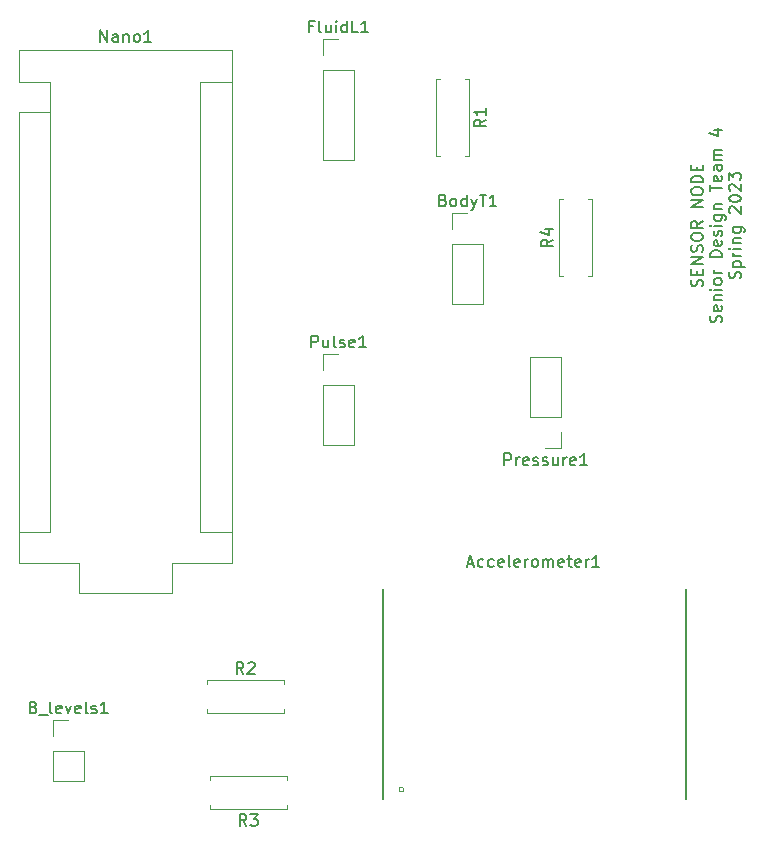
<source format=gto>
%TF.GenerationSoftware,KiCad,Pcbnew,(6.0.2-0)*%
%TF.CreationDate,2023-03-25T20:23:26-04:00*%
%TF.ProjectId,SensorNode_PCB,53656e73-6f72-44e6-9f64-655f5043422e,v01*%
%TF.SameCoordinates,Original*%
%TF.FileFunction,Legend,Top*%
%TF.FilePolarity,Positive*%
%FSLAX46Y46*%
G04 Gerber Fmt 4.6, Leading zero omitted, Abs format (unit mm)*
G04 Created by KiCad (PCBNEW (6.0.2-0)) date 2023-03-25 20:23:26*
%MOMM*%
%LPD*%
G01*
G04 APERTURE LIST*
%ADD10C,0.150000*%
%ADD11C,0.120000*%
%ADD12C,0.203200*%
G04 APERTURE END LIST*
D10*
X190818761Y-69658857D02*
X190866380Y-69516000D01*
X190866380Y-69277904D01*
X190818761Y-69182666D01*
X190771142Y-69135047D01*
X190675904Y-69087428D01*
X190580666Y-69087428D01*
X190485428Y-69135047D01*
X190437809Y-69182666D01*
X190390190Y-69277904D01*
X190342571Y-69468380D01*
X190294952Y-69563619D01*
X190247333Y-69611238D01*
X190152095Y-69658857D01*
X190056857Y-69658857D01*
X189961619Y-69611238D01*
X189914000Y-69563619D01*
X189866380Y-69468380D01*
X189866380Y-69230285D01*
X189914000Y-69087428D01*
X190342571Y-68658857D02*
X190342571Y-68325523D01*
X190866380Y-68182666D02*
X190866380Y-68658857D01*
X189866380Y-68658857D01*
X189866380Y-68182666D01*
X190866380Y-67754095D02*
X189866380Y-67754095D01*
X190866380Y-67182666D01*
X189866380Y-67182666D01*
X190818761Y-66754095D02*
X190866380Y-66611238D01*
X190866380Y-66373142D01*
X190818761Y-66277904D01*
X190771142Y-66230285D01*
X190675904Y-66182666D01*
X190580666Y-66182666D01*
X190485428Y-66230285D01*
X190437809Y-66277904D01*
X190390190Y-66373142D01*
X190342571Y-66563619D01*
X190294952Y-66658857D01*
X190247333Y-66706476D01*
X190152095Y-66754095D01*
X190056857Y-66754095D01*
X189961619Y-66706476D01*
X189914000Y-66658857D01*
X189866380Y-66563619D01*
X189866380Y-66325523D01*
X189914000Y-66182666D01*
X189866380Y-65563619D02*
X189866380Y-65373142D01*
X189914000Y-65277904D01*
X190009238Y-65182666D01*
X190199714Y-65135047D01*
X190533047Y-65135047D01*
X190723523Y-65182666D01*
X190818761Y-65277904D01*
X190866380Y-65373142D01*
X190866380Y-65563619D01*
X190818761Y-65658857D01*
X190723523Y-65754095D01*
X190533047Y-65801714D01*
X190199714Y-65801714D01*
X190009238Y-65754095D01*
X189914000Y-65658857D01*
X189866380Y-65563619D01*
X190866380Y-64135047D02*
X190390190Y-64468380D01*
X190866380Y-64706476D02*
X189866380Y-64706476D01*
X189866380Y-64325523D01*
X189914000Y-64230285D01*
X189961619Y-64182666D01*
X190056857Y-64135047D01*
X190199714Y-64135047D01*
X190294952Y-64182666D01*
X190342571Y-64230285D01*
X190390190Y-64325523D01*
X190390190Y-64706476D01*
X190866380Y-62944571D02*
X189866380Y-62944571D01*
X190866380Y-62373142D01*
X189866380Y-62373142D01*
X189866380Y-61706476D02*
X189866380Y-61516000D01*
X189914000Y-61420761D01*
X190009238Y-61325523D01*
X190199714Y-61277904D01*
X190533047Y-61277904D01*
X190723523Y-61325523D01*
X190818761Y-61420761D01*
X190866380Y-61516000D01*
X190866380Y-61706476D01*
X190818761Y-61801714D01*
X190723523Y-61896952D01*
X190533047Y-61944571D01*
X190199714Y-61944571D01*
X190009238Y-61896952D01*
X189914000Y-61801714D01*
X189866380Y-61706476D01*
X190866380Y-60849333D02*
X189866380Y-60849333D01*
X189866380Y-60611238D01*
X189914000Y-60468380D01*
X190009238Y-60373142D01*
X190104476Y-60325523D01*
X190294952Y-60277904D01*
X190437809Y-60277904D01*
X190628285Y-60325523D01*
X190723523Y-60373142D01*
X190818761Y-60468380D01*
X190866380Y-60611238D01*
X190866380Y-60849333D01*
X190342571Y-59849333D02*
X190342571Y-59516000D01*
X190866380Y-59373142D02*
X190866380Y-59849333D01*
X189866380Y-59849333D01*
X189866380Y-59373142D01*
X192428761Y-72706476D02*
X192476380Y-72563619D01*
X192476380Y-72325523D01*
X192428761Y-72230285D01*
X192381142Y-72182666D01*
X192285904Y-72135047D01*
X192190666Y-72135047D01*
X192095428Y-72182666D01*
X192047809Y-72230285D01*
X192000190Y-72325523D01*
X191952571Y-72516000D01*
X191904952Y-72611238D01*
X191857333Y-72658857D01*
X191762095Y-72706476D01*
X191666857Y-72706476D01*
X191571619Y-72658857D01*
X191524000Y-72611238D01*
X191476380Y-72516000D01*
X191476380Y-72277904D01*
X191524000Y-72135047D01*
X192428761Y-71325523D02*
X192476380Y-71420761D01*
X192476380Y-71611238D01*
X192428761Y-71706476D01*
X192333523Y-71754095D01*
X191952571Y-71754095D01*
X191857333Y-71706476D01*
X191809714Y-71611238D01*
X191809714Y-71420761D01*
X191857333Y-71325523D01*
X191952571Y-71277904D01*
X192047809Y-71277904D01*
X192143047Y-71754095D01*
X191809714Y-70849333D02*
X192476380Y-70849333D01*
X191904952Y-70849333D02*
X191857333Y-70801714D01*
X191809714Y-70706476D01*
X191809714Y-70563619D01*
X191857333Y-70468380D01*
X191952571Y-70420761D01*
X192476380Y-70420761D01*
X192476380Y-69944571D02*
X191809714Y-69944571D01*
X191476380Y-69944571D02*
X191524000Y-69992190D01*
X191571619Y-69944571D01*
X191524000Y-69896952D01*
X191476380Y-69944571D01*
X191571619Y-69944571D01*
X192476380Y-69325523D02*
X192428761Y-69420761D01*
X192381142Y-69468380D01*
X192285904Y-69516000D01*
X192000190Y-69516000D01*
X191904952Y-69468380D01*
X191857333Y-69420761D01*
X191809714Y-69325523D01*
X191809714Y-69182666D01*
X191857333Y-69087428D01*
X191904952Y-69039809D01*
X192000190Y-68992190D01*
X192285904Y-68992190D01*
X192381142Y-69039809D01*
X192428761Y-69087428D01*
X192476380Y-69182666D01*
X192476380Y-69325523D01*
X192476380Y-68563619D02*
X191809714Y-68563619D01*
X192000190Y-68563619D02*
X191904952Y-68516000D01*
X191857333Y-68468380D01*
X191809714Y-68373142D01*
X191809714Y-68277904D01*
X192476380Y-67182666D02*
X191476380Y-67182666D01*
X191476380Y-66944571D01*
X191524000Y-66801714D01*
X191619238Y-66706476D01*
X191714476Y-66658857D01*
X191904952Y-66611238D01*
X192047809Y-66611238D01*
X192238285Y-66658857D01*
X192333523Y-66706476D01*
X192428761Y-66801714D01*
X192476380Y-66944571D01*
X192476380Y-67182666D01*
X192428761Y-65801714D02*
X192476380Y-65896952D01*
X192476380Y-66087428D01*
X192428761Y-66182666D01*
X192333523Y-66230285D01*
X191952571Y-66230285D01*
X191857333Y-66182666D01*
X191809714Y-66087428D01*
X191809714Y-65896952D01*
X191857333Y-65801714D01*
X191952571Y-65754095D01*
X192047809Y-65754095D01*
X192143047Y-66230285D01*
X192428761Y-65373142D02*
X192476380Y-65277904D01*
X192476380Y-65087428D01*
X192428761Y-64992190D01*
X192333523Y-64944571D01*
X192285904Y-64944571D01*
X192190666Y-64992190D01*
X192143047Y-65087428D01*
X192143047Y-65230285D01*
X192095428Y-65325523D01*
X192000190Y-65373142D01*
X191952571Y-65373142D01*
X191857333Y-65325523D01*
X191809714Y-65230285D01*
X191809714Y-65087428D01*
X191857333Y-64992190D01*
X192476380Y-64516000D02*
X191809714Y-64516000D01*
X191476380Y-64516000D02*
X191524000Y-64563619D01*
X191571619Y-64516000D01*
X191524000Y-64468380D01*
X191476380Y-64516000D01*
X191571619Y-64516000D01*
X191809714Y-63611238D02*
X192619238Y-63611238D01*
X192714476Y-63658857D01*
X192762095Y-63706476D01*
X192809714Y-63801714D01*
X192809714Y-63944571D01*
X192762095Y-64039809D01*
X192428761Y-63611238D02*
X192476380Y-63706476D01*
X192476380Y-63896952D01*
X192428761Y-63992190D01*
X192381142Y-64039809D01*
X192285904Y-64087428D01*
X192000190Y-64087428D01*
X191904952Y-64039809D01*
X191857333Y-63992190D01*
X191809714Y-63896952D01*
X191809714Y-63706476D01*
X191857333Y-63611238D01*
X191809714Y-63135047D02*
X192476380Y-63135047D01*
X191904952Y-63135047D02*
X191857333Y-63087428D01*
X191809714Y-62992190D01*
X191809714Y-62849333D01*
X191857333Y-62754095D01*
X191952571Y-62706476D01*
X192476380Y-62706476D01*
X191476380Y-61611238D02*
X191476380Y-61039809D01*
X192476380Y-61325523D02*
X191476380Y-61325523D01*
X192428761Y-60325523D02*
X192476380Y-60420761D01*
X192476380Y-60611238D01*
X192428761Y-60706476D01*
X192333523Y-60754095D01*
X191952571Y-60754095D01*
X191857333Y-60706476D01*
X191809714Y-60611238D01*
X191809714Y-60420761D01*
X191857333Y-60325523D01*
X191952571Y-60277904D01*
X192047809Y-60277904D01*
X192143047Y-60754095D01*
X192476380Y-59420761D02*
X191952571Y-59420761D01*
X191857333Y-59468380D01*
X191809714Y-59563619D01*
X191809714Y-59754095D01*
X191857333Y-59849333D01*
X192428761Y-59420761D02*
X192476380Y-59516000D01*
X192476380Y-59754095D01*
X192428761Y-59849333D01*
X192333523Y-59896952D01*
X192238285Y-59896952D01*
X192143047Y-59849333D01*
X192095428Y-59754095D01*
X192095428Y-59516000D01*
X192047809Y-59420761D01*
X192476380Y-58944571D02*
X191809714Y-58944571D01*
X191904952Y-58944571D02*
X191857333Y-58896952D01*
X191809714Y-58801714D01*
X191809714Y-58658857D01*
X191857333Y-58563619D01*
X191952571Y-58516000D01*
X192476380Y-58516000D01*
X191952571Y-58516000D02*
X191857333Y-58468380D01*
X191809714Y-58373142D01*
X191809714Y-58230285D01*
X191857333Y-58135047D01*
X191952571Y-58087428D01*
X192476380Y-58087428D01*
X191809714Y-56420761D02*
X192476380Y-56420761D01*
X191428761Y-56658857D02*
X192143047Y-56896952D01*
X192143047Y-56277904D01*
X194038761Y-68992190D02*
X194086380Y-68849333D01*
X194086380Y-68611238D01*
X194038761Y-68516000D01*
X193991142Y-68468380D01*
X193895904Y-68420761D01*
X193800666Y-68420761D01*
X193705428Y-68468380D01*
X193657809Y-68516000D01*
X193610190Y-68611238D01*
X193562571Y-68801714D01*
X193514952Y-68896952D01*
X193467333Y-68944571D01*
X193372095Y-68992190D01*
X193276857Y-68992190D01*
X193181619Y-68944571D01*
X193134000Y-68896952D01*
X193086380Y-68801714D01*
X193086380Y-68563619D01*
X193134000Y-68420761D01*
X193419714Y-67992190D02*
X194419714Y-67992190D01*
X193467333Y-67992190D02*
X193419714Y-67896952D01*
X193419714Y-67706476D01*
X193467333Y-67611238D01*
X193514952Y-67563619D01*
X193610190Y-67516000D01*
X193895904Y-67516000D01*
X193991142Y-67563619D01*
X194038761Y-67611238D01*
X194086380Y-67706476D01*
X194086380Y-67896952D01*
X194038761Y-67992190D01*
X194086380Y-67087428D02*
X193419714Y-67087428D01*
X193610190Y-67087428D02*
X193514952Y-67039809D01*
X193467333Y-66992190D01*
X193419714Y-66896952D01*
X193419714Y-66801714D01*
X194086380Y-66468380D02*
X193419714Y-66468380D01*
X193086380Y-66468380D02*
X193134000Y-66516000D01*
X193181619Y-66468380D01*
X193134000Y-66420761D01*
X193086380Y-66468380D01*
X193181619Y-66468380D01*
X193419714Y-65992190D02*
X194086380Y-65992190D01*
X193514952Y-65992190D02*
X193467333Y-65944571D01*
X193419714Y-65849333D01*
X193419714Y-65706476D01*
X193467333Y-65611238D01*
X193562571Y-65563619D01*
X194086380Y-65563619D01*
X193419714Y-64658857D02*
X194229238Y-64658857D01*
X194324476Y-64706476D01*
X194372095Y-64754095D01*
X194419714Y-64849333D01*
X194419714Y-64992190D01*
X194372095Y-65087428D01*
X194038761Y-64658857D02*
X194086380Y-64754095D01*
X194086380Y-64944571D01*
X194038761Y-65039809D01*
X193991142Y-65087428D01*
X193895904Y-65135047D01*
X193610190Y-65135047D01*
X193514952Y-65087428D01*
X193467333Y-65039809D01*
X193419714Y-64944571D01*
X193419714Y-64754095D01*
X193467333Y-64658857D01*
X193181619Y-63468380D02*
X193134000Y-63420761D01*
X193086380Y-63325523D01*
X193086380Y-63087428D01*
X193134000Y-62992190D01*
X193181619Y-62944571D01*
X193276857Y-62896952D01*
X193372095Y-62896952D01*
X193514952Y-62944571D01*
X194086380Y-63516000D01*
X194086380Y-62896952D01*
X193086380Y-62277904D02*
X193086380Y-62182666D01*
X193134000Y-62087428D01*
X193181619Y-62039809D01*
X193276857Y-61992190D01*
X193467333Y-61944571D01*
X193705428Y-61944571D01*
X193895904Y-61992190D01*
X193991142Y-62039809D01*
X194038761Y-62087428D01*
X194086380Y-62182666D01*
X194086380Y-62277904D01*
X194038761Y-62373142D01*
X193991142Y-62420761D01*
X193895904Y-62468380D01*
X193705428Y-62516000D01*
X193467333Y-62516000D01*
X193276857Y-62468380D01*
X193181619Y-62420761D01*
X193134000Y-62373142D01*
X193086380Y-62277904D01*
X193181619Y-61563619D02*
X193134000Y-61516000D01*
X193086380Y-61420761D01*
X193086380Y-61182666D01*
X193134000Y-61087428D01*
X193181619Y-61039809D01*
X193276857Y-60992190D01*
X193372095Y-60992190D01*
X193514952Y-61039809D01*
X194086380Y-61611238D01*
X194086380Y-60992190D01*
X193086380Y-60658857D02*
X193086380Y-60039809D01*
X193467333Y-60373142D01*
X193467333Y-60230285D01*
X193514952Y-60135047D01*
X193562571Y-60087428D01*
X193657809Y-60039809D01*
X193895904Y-60039809D01*
X193991142Y-60087428D01*
X194038761Y-60135047D01*
X194086380Y-60230285D01*
X194086380Y-60516000D01*
X194038761Y-60611238D01*
X193991142Y-60658857D01*
%TO.C,Nano1*%
X139866952Y-48966380D02*
X139866952Y-47966380D01*
X140438380Y-48966380D01*
X140438380Y-47966380D01*
X141343142Y-48966380D02*
X141343142Y-48442571D01*
X141295523Y-48347333D01*
X141200285Y-48299714D01*
X141009809Y-48299714D01*
X140914571Y-48347333D01*
X141343142Y-48918761D02*
X141247904Y-48966380D01*
X141009809Y-48966380D01*
X140914571Y-48918761D01*
X140866952Y-48823523D01*
X140866952Y-48728285D01*
X140914571Y-48633047D01*
X141009809Y-48585428D01*
X141247904Y-48585428D01*
X141343142Y-48537809D01*
X141819333Y-48299714D02*
X141819333Y-48966380D01*
X141819333Y-48394952D02*
X141866952Y-48347333D01*
X141962190Y-48299714D01*
X142105047Y-48299714D01*
X142200285Y-48347333D01*
X142247904Y-48442571D01*
X142247904Y-48966380D01*
X142866952Y-48966380D02*
X142771714Y-48918761D01*
X142724095Y-48871142D01*
X142676476Y-48775904D01*
X142676476Y-48490190D01*
X142724095Y-48394952D01*
X142771714Y-48347333D01*
X142866952Y-48299714D01*
X143009809Y-48299714D01*
X143105047Y-48347333D01*
X143152666Y-48394952D01*
X143200285Y-48490190D01*
X143200285Y-48775904D01*
X143152666Y-48871142D01*
X143105047Y-48918761D01*
X143009809Y-48966380D01*
X142866952Y-48966380D01*
X144152666Y-48966380D02*
X143581238Y-48966380D01*
X143866952Y-48966380D02*
X143866952Y-47966380D01*
X143771714Y-48109238D01*
X143676476Y-48204476D01*
X143581238Y-48252095D01*
%TO.C,B_levels1*%
X134207619Y-105294571D02*
X134350476Y-105342190D01*
X134398095Y-105389809D01*
X134445714Y-105485047D01*
X134445714Y-105627904D01*
X134398095Y-105723142D01*
X134350476Y-105770761D01*
X134255238Y-105818380D01*
X133874285Y-105818380D01*
X133874285Y-104818380D01*
X134207619Y-104818380D01*
X134302857Y-104866000D01*
X134350476Y-104913619D01*
X134398095Y-105008857D01*
X134398095Y-105104095D01*
X134350476Y-105199333D01*
X134302857Y-105246952D01*
X134207619Y-105294571D01*
X133874285Y-105294571D01*
X134636190Y-105913619D02*
X135398095Y-105913619D01*
X135779047Y-105818380D02*
X135683809Y-105770761D01*
X135636190Y-105675523D01*
X135636190Y-104818380D01*
X136540952Y-105770761D02*
X136445714Y-105818380D01*
X136255238Y-105818380D01*
X136160000Y-105770761D01*
X136112380Y-105675523D01*
X136112380Y-105294571D01*
X136160000Y-105199333D01*
X136255238Y-105151714D01*
X136445714Y-105151714D01*
X136540952Y-105199333D01*
X136588571Y-105294571D01*
X136588571Y-105389809D01*
X136112380Y-105485047D01*
X136921904Y-105151714D02*
X137160000Y-105818380D01*
X137398095Y-105151714D01*
X138160000Y-105770761D02*
X138064761Y-105818380D01*
X137874285Y-105818380D01*
X137779047Y-105770761D01*
X137731428Y-105675523D01*
X137731428Y-105294571D01*
X137779047Y-105199333D01*
X137874285Y-105151714D01*
X138064761Y-105151714D01*
X138160000Y-105199333D01*
X138207619Y-105294571D01*
X138207619Y-105389809D01*
X137731428Y-105485047D01*
X138779047Y-105818380D02*
X138683809Y-105770761D01*
X138636190Y-105675523D01*
X138636190Y-104818380D01*
X139112380Y-105770761D02*
X139207619Y-105818380D01*
X139398095Y-105818380D01*
X139493333Y-105770761D01*
X139540952Y-105675523D01*
X139540952Y-105627904D01*
X139493333Y-105532666D01*
X139398095Y-105485047D01*
X139255238Y-105485047D01*
X139160000Y-105437428D01*
X139112380Y-105342190D01*
X139112380Y-105294571D01*
X139160000Y-105199333D01*
X139255238Y-105151714D01*
X139398095Y-105151714D01*
X139493333Y-105199333D01*
X140493333Y-105818380D02*
X139921904Y-105818380D01*
X140207619Y-105818380D02*
X140207619Y-104818380D01*
X140112380Y-104961238D01*
X140017142Y-105056476D01*
X139921904Y-105104095D01*
%TO.C,R1*%
X172494380Y-55538666D02*
X172018190Y-55872000D01*
X172494380Y-56110095D02*
X171494380Y-56110095D01*
X171494380Y-55729142D01*
X171542000Y-55633904D01*
X171589619Y-55586285D01*
X171684857Y-55538666D01*
X171827714Y-55538666D01*
X171922952Y-55586285D01*
X171970571Y-55633904D01*
X172018190Y-55729142D01*
X172018190Y-56110095D01*
X172494380Y-54586285D02*
X172494380Y-55157714D01*
X172494380Y-54872000D02*
X171494380Y-54872000D01*
X171637238Y-54967238D01*
X171732476Y-55062476D01*
X171780095Y-55157714D01*
%TO.C,FluidL1*%
X157877142Y-47636571D02*
X157543809Y-47636571D01*
X157543809Y-48160380D02*
X157543809Y-47160380D01*
X158020000Y-47160380D01*
X158543809Y-48160380D02*
X158448571Y-48112761D01*
X158400952Y-48017523D01*
X158400952Y-47160380D01*
X159353333Y-47493714D02*
X159353333Y-48160380D01*
X158924761Y-47493714D02*
X158924761Y-48017523D01*
X158972380Y-48112761D01*
X159067619Y-48160380D01*
X159210476Y-48160380D01*
X159305714Y-48112761D01*
X159353333Y-48065142D01*
X159829523Y-48160380D02*
X159829523Y-47493714D01*
X159829523Y-47160380D02*
X159781904Y-47208000D01*
X159829523Y-47255619D01*
X159877142Y-47208000D01*
X159829523Y-47160380D01*
X159829523Y-47255619D01*
X160734285Y-48160380D02*
X160734285Y-47160380D01*
X160734285Y-48112761D02*
X160639047Y-48160380D01*
X160448571Y-48160380D01*
X160353333Y-48112761D01*
X160305714Y-48065142D01*
X160258095Y-47969904D01*
X160258095Y-47684190D01*
X160305714Y-47588952D01*
X160353333Y-47541333D01*
X160448571Y-47493714D01*
X160639047Y-47493714D01*
X160734285Y-47541333D01*
X161686666Y-48160380D02*
X161210476Y-48160380D01*
X161210476Y-47160380D01*
X162543809Y-48160380D02*
X161972380Y-48160380D01*
X162258095Y-48160380D02*
X162258095Y-47160380D01*
X162162857Y-47303238D01*
X162067619Y-47398476D01*
X161972380Y-47446095D01*
%TO.C,Pulse1*%
X157734285Y-74830380D02*
X157734285Y-73830380D01*
X158115238Y-73830380D01*
X158210476Y-73878000D01*
X158258095Y-73925619D01*
X158305714Y-74020857D01*
X158305714Y-74163714D01*
X158258095Y-74258952D01*
X158210476Y-74306571D01*
X158115238Y-74354190D01*
X157734285Y-74354190D01*
X159162857Y-74163714D02*
X159162857Y-74830380D01*
X158734285Y-74163714D02*
X158734285Y-74687523D01*
X158781904Y-74782761D01*
X158877142Y-74830380D01*
X159020000Y-74830380D01*
X159115238Y-74782761D01*
X159162857Y-74735142D01*
X159781904Y-74830380D02*
X159686666Y-74782761D01*
X159639047Y-74687523D01*
X159639047Y-73830380D01*
X160115238Y-74782761D02*
X160210476Y-74830380D01*
X160400952Y-74830380D01*
X160496190Y-74782761D01*
X160543809Y-74687523D01*
X160543809Y-74639904D01*
X160496190Y-74544666D01*
X160400952Y-74497047D01*
X160258095Y-74497047D01*
X160162857Y-74449428D01*
X160115238Y-74354190D01*
X160115238Y-74306571D01*
X160162857Y-74211333D01*
X160258095Y-74163714D01*
X160400952Y-74163714D01*
X160496190Y-74211333D01*
X161353333Y-74782761D02*
X161258095Y-74830380D01*
X161067619Y-74830380D01*
X160972380Y-74782761D01*
X160924761Y-74687523D01*
X160924761Y-74306571D01*
X160972380Y-74211333D01*
X161067619Y-74163714D01*
X161258095Y-74163714D01*
X161353333Y-74211333D01*
X161400952Y-74306571D01*
X161400952Y-74401809D01*
X160924761Y-74497047D01*
X162353333Y-74830380D02*
X161781904Y-74830380D01*
X162067619Y-74830380D02*
X162067619Y-73830380D01*
X161972380Y-73973238D01*
X161877142Y-74068476D01*
X161781904Y-74116095D01*
%TO.C,R4*%
X178168380Y-65698666D02*
X177692190Y-66032000D01*
X178168380Y-66270095D02*
X177168380Y-66270095D01*
X177168380Y-65889142D01*
X177216000Y-65793904D01*
X177263619Y-65746285D01*
X177358857Y-65698666D01*
X177501714Y-65698666D01*
X177596952Y-65746285D01*
X177644571Y-65793904D01*
X177692190Y-65889142D01*
X177692190Y-66270095D01*
X177501714Y-64841523D02*
X178168380Y-64841523D01*
X177120761Y-65079619D02*
X177835047Y-65317714D01*
X177835047Y-64698666D01*
%TO.C,Accelerometer1*%
X170958571Y-93130666D02*
X171434761Y-93130666D01*
X170863333Y-93416380D02*
X171196666Y-92416380D01*
X171530000Y-93416380D01*
X172291904Y-93368761D02*
X172196666Y-93416380D01*
X172006190Y-93416380D01*
X171910952Y-93368761D01*
X171863333Y-93321142D01*
X171815714Y-93225904D01*
X171815714Y-92940190D01*
X171863333Y-92844952D01*
X171910952Y-92797333D01*
X172006190Y-92749714D01*
X172196666Y-92749714D01*
X172291904Y-92797333D01*
X173149047Y-93368761D02*
X173053809Y-93416380D01*
X172863333Y-93416380D01*
X172768095Y-93368761D01*
X172720476Y-93321142D01*
X172672857Y-93225904D01*
X172672857Y-92940190D01*
X172720476Y-92844952D01*
X172768095Y-92797333D01*
X172863333Y-92749714D01*
X173053809Y-92749714D01*
X173149047Y-92797333D01*
X173958571Y-93368761D02*
X173863333Y-93416380D01*
X173672857Y-93416380D01*
X173577619Y-93368761D01*
X173530000Y-93273523D01*
X173530000Y-92892571D01*
X173577619Y-92797333D01*
X173672857Y-92749714D01*
X173863333Y-92749714D01*
X173958571Y-92797333D01*
X174006190Y-92892571D01*
X174006190Y-92987809D01*
X173530000Y-93083047D01*
X174577619Y-93416380D02*
X174482380Y-93368761D01*
X174434761Y-93273523D01*
X174434761Y-92416380D01*
X175339523Y-93368761D02*
X175244285Y-93416380D01*
X175053809Y-93416380D01*
X174958571Y-93368761D01*
X174910952Y-93273523D01*
X174910952Y-92892571D01*
X174958571Y-92797333D01*
X175053809Y-92749714D01*
X175244285Y-92749714D01*
X175339523Y-92797333D01*
X175387142Y-92892571D01*
X175387142Y-92987809D01*
X174910952Y-93083047D01*
X175815714Y-93416380D02*
X175815714Y-92749714D01*
X175815714Y-92940190D02*
X175863333Y-92844952D01*
X175910952Y-92797333D01*
X176006190Y-92749714D01*
X176101428Y-92749714D01*
X176577619Y-93416380D02*
X176482380Y-93368761D01*
X176434761Y-93321142D01*
X176387142Y-93225904D01*
X176387142Y-92940190D01*
X176434761Y-92844952D01*
X176482380Y-92797333D01*
X176577619Y-92749714D01*
X176720476Y-92749714D01*
X176815714Y-92797333D01*
X176863333Y-92844952D01*
X176910952Y-92940190D01*
X176910952Y-93225904D01*
X176863333Y-93321142D01*
X176815714Y-93368761D01*
X176720476Y-93416380D01*
X176577619Y-93416380D01*
X177339523Y-93416380D02*
X177339523Y-92749714D01*
X177339523Y-92844952D02*
X177387142Y-92797333D01*
X177482380Y-92749714D01*
X177625238Y-92749714D01*
X177720476Y-92797333D01*
X177768095Y-92892571D01*
X177768095Y-93416380D01*
X177768095Y-92892571D02*
X177815714Y-92797333D01*
X177910952Y-92749714D01*
X178053809Y-92749714D01*
X178149047Y-92797333D01*
X178196666Y-92892571D01*
X178196666Y-93416380D01*
X179053809Y-93368761D02*
X178958571Y-93416380D01*
X178768095Y-93416380D01*
X178672857Y-93368761D01*
X178625238Y-93273523D01*
X178625238Y-92892571D01*
X178672857Y-92797333D01*
X178768095Y-92749714D01*
X178958571Y-92749714D01*
X179053809Y-92797333D01*
X179101428Y-92892571D01*
X179101428Y-92987809D01*
X178625238Y-93083047D01*
X179387142Y-92749714D02*
X179768095Y-92749714D01*
X179530000Y-92416380D02*
X179530000Y-93273523D01*
X179577619Y-93368761D01*
X179672857Y-93416380D01*
X179768095Y-93416380D01*
X180482380Y-93368761D02*
X180387142Y-93416380D01*
X180196666Y-93416380D01*
X180101428Y-93368761D01*
X180053809Y-93273523D01*
X180053809Y-92892571D01*
X180101428Y-92797333D01*
X180196666Y-92749714D01*
X180387142Y-92749714D01*
X180482380Y-92797333D01*
X180529999Y-92892571D01*
X180529999Y-92987809D01*
X180053809Y-93083047D01*
X180958571Y-93416380D02*
X180958571Y-92749714D01*
X180958571Y-92940190D02*
X181006190Y-92844952D01*
X181053809Y-92797333D01*
X181149047Y-92749714D01*
X181244285Y-92749714D01*
X182101428Y-93416380D02*
X181529999Y-93416380D01*
X181815714Y-93416380D02*
X181815714Y-92416380D01*
X181720476Y-92559238D01*
X181625238Y-92654476D01*
X181529999Y-92702095D01*
%TO.C,R2*%
X151979333Y-102476380D02*
X151646000Y-102000190D01*
X151407904Y-102476380D02*
X151407904Y-101476380D01*
X151788857Y-101476380D01*
X151884095Y-101524000D01*
X151931714Y-101571619D01*
X151979333Y-101666857D01*
X151979333Y-101809714D01*
X151931714Y-101904952D01*
X151884095Y-101952571D01*
X151788857Y-102000190D01*
X151407904Y-102000190D01*
X152360285Y-101571619D02*
X152407904Y-101524000D01*
X152503142Y-101476380D01*
X152741238Y-101476380D01*
X152836476Y-101524000D01*
X152884095Y-101571619D01*
X152931714Y-101666857D01*
X152931714Y-101762095D01*
X152884095Y-101904952D01*
X152312666Y-102476380D01*
X152931714Y-102476380D01*
%TO.C,R3*%
X152233333Y-115344380D02*
X151900000Y-114868190D01*
X151661904Y-115344380D02*
X151661904Y-114344380D01*
X152042857Y-114344380D01*
X152138095Y-114392000D01*
X152185714Y-114439619D01*
X152233333Y-114534857D01*
X152233333Y-114677714D01*
X152185714Y-114772952D01*
X152138095Y-114820571D01*
X152042857Y-114868190D01*
X151661904Y-114868190D01*
X152566666Y-114344380D02*
X153185714Y-114344380D01*
X152852380Y-114725333D01*
X152995238Y-114725333D01*
X153090476Y-114772952D01*
X153138095Y-114820571D01*
X153185714Y-114915809D01*
X153185714Y-115153904D01*
X153138095Y-115249142D01*
X153090476Y-115296761D01*
X152995238Y-115344380D01*
X152709523Y-115344380D01*
X152614285Y-115296761D01*
X152566666Y-115249142D01*
%TO.C,BodyT1*%
X168870571Y-62368571D02*
X169013428Y-62416190D01*
X169061047Y-62463809D01*
X169108666Y-62559047D01*
X169108666Y-62701904D01*
X169061047Y-62797142D01*
X169013428Y-62844761D01*
X168918190Y-62892380D01*
X168537238Y-62892380D01*
X168537238Y-61892380D01*
X168870571Y-61892380D01*
X168965809Y-61940000D01*
X169013428Y-61987619D01*
X169061047Y-62082857D01*
X169061047Y-62178095D01*
X169013428Y-62273333D01*
X168965809Y-62320952D01*
X168870571Y-62368571D01*
X168537238Y-62368571D01*
X169680095Y-62892380D02*
X169584857Y-62844761D01*
X169537238Y-62797142D01*
X169489619Y-62701904D01*
X169489619Y-62416190D01*
X169537238Y-62320952D01*
X169584857Y-62273333D01*
X169680095Y-62225714D01*
X169822952Y-62225714D01*
X169918190Y-62273333D01*
X169965809Y-62320952D01*
X170013428Y-62416190D01*
X170013428Y-62701904D01*
X169965809Y-62797142D01*
X169918190Y-62844761D01*
X169822952Y-62892380D01*
X169680095Y-62892380D01*
X170870571Y-62892380D02*
X170870571Y-61892380D01*
X170870571Y-62844761D02*
X170775333Y-62892380D01*
X170584857Y-62892380D01*
X170489619Y-62844761D01*
X170442000Y-62797142D01*
X170394380Y-62701904D01*
X170394380Y-62416190D01*
X170442000Y-62320952D01*
X170489619Y-62273333D01*
X170584857Y-62225714D01*
X170775333Y-62225714D01*
X170870571Y-62273333D01*
X171251523Y-62225714D02*
X171489619Y-62892380D01*
X171727714Y-62225714D02*
X171489619Y-62892380D01*
X171394380Y-63130476D01*
X171346761Y-63178095D01*
X171251523Y-63225714D01*
X171965809Y-61892380D02*
X172537238Y-61892380D01*
X172251523Y-62892380D02*
X172251523Y-61892380D01*
X173394380Y-62892380D02*
X172822952Y-62892380D01*
X173108666Y-62892380D02*
X173108666Y-61892380D01*
X173013428Y-62035238D01*
X172918190Y-62130476D01*
X172822952Y-62178095D01*
%TO.C,Pressure1*%
X174069809Y-84809380D02*
X174069809Y-83809380D01*
X174450761Y-83809380D01*
X174546000Y-83857000D01*
X174593619Y-83904619D01*
X174641238Y-83999857D01*
X174641238Y-84142714D01*
X174593619Y-84237952D01*
X174546000Y-84285571D01*
X174450761Y-84333190D01*
X174069809Y-84333190D01*
X175069809Y-84809380D02*
X175069809Y-84142714D01*
X175069809Y-84333190D02*
X175117428Y-84237952D01*
X175165047Y-84190333D01*
X175260285Y-84142714D01*
X175355523Y-84142714D01*
X176069809Y-84761761D02*
X175974571Y-84809380D01*
X175784095Y-84809380D01*
X175688857Y-84761761D01*
X175641238Y-84666523D01*
X175641238Y-84285571D01*
X175688857Y-84190333D01*
X175784095Y-84142714D01*
X175974571Y-84142714D01*
X176069809Y-84190333D01*
X176117428Y-84285571D01*
X176117428Y-84380809D01*
X175641238Y-84476047D01*
X176498380Y-84761761D02*
X176593619Y-84809380D01*
X176784095Y-84809380D01*
X176879333Y-84761761D01*
X176926952Y-84666523D01*
X176926952Y-84618904D01*
X176879333Y-84523666D01*
X176784095Y-84476047D01*
X176641238Y-84476047D01*
X176546000Y-84428428D01*
X176498380Y-84333190D01*
X176498380Y-84285571D01*
X176546000Y-84190333D01*
X176641238Y-84142714D01*
X176784095Y-84142714D01*
X176879333Y-84190333D01*
X177307904Y-84761761D02*
X177403142Y-84809380D01*
X177593619Y-84809380D01*
X177688857Y-84761761D01*
X177736476Y-84666523D01*
X177736476Y-84618904D01*
X177688857Y-84523666D01*
X177593619Y-84476047D01*
X177450761Y-84476047D01*
X177355523Y-84428428D01*
X177307904Y-84333190D01*
X177307904Y-84285571D01*
X177355523Y-84190333D01*
X177450761Y-84142714D01*
X177593619Y-84142714D01*
X177688857Y-84190333D01*
X178593619Y-84142714D02*
X178593619Y-84809380D01*
X178165047Y-84142714D02*
X178165047Y-84666523D01*
X178212666Y-84761761D01*
X178307904Y-84809380D01*
X178450761Y-84809380D01*
X178546000Y-84761761D01*
X178593619Y-84714142D01*
X179069809Y-84809380D02*
X179069809Y-84142714D01*
X179069809Y-84333190D02*
X179117428Y-84237952D01*
X179165047Y-84190333D01*
X179260285Y-84142714D01*
X179355523Y-84142714D01*
X180069809Y-84761761D02*
X179974571Y-84809380D01*
X179784095Y-84809380D01*
X179688857Y-84761761D01*
X179641238Y-84666523D01*
X179641238Y-84285571D01*
X179688857Y-84190333D01*
X179784095Y-84142714D01*
X179974571Y-84142714D01*
X180069809Y-84190333D01*
X180117428Y-84285571D01*
X180117428Y-84380809D01*
X179641238Y-84476047D01*
X181069809Y-84809380D02*
X180498380Y-84809380D01*
X180784095Y-84809380D02*
X180784095Y-83809380D01*
X180688857Y-83952238D01*
X180593619Y-84047476D01*
X180498380Y-84095095D01*
D11*
%TO.C,Nano1*%
X151003000Y-49657000D02*
X132969000Y-49657000D01*
X148336000Y-90424000D02*
X151006000Y-90424000D01*
X135636000Y-90424000D02*
X132966000Y-90424000D01*
X138049000Y-95631000D02*
X138049000Y-93091000D01*
X151003000Y-93091000D02*
X151003000Y-49657000D01*
X132969000Y-54864000D02*
X132969000Y-93091000D01*
X135636000Y-54864000D02*
X135636000Y-52324000D01*
X148336000Y-52324000D02*
X148336000Y-90424000D01*
X138049000Y-95631000D02*
X145923000Y-95631000D01*
X135636000Y-54864000D02*
X135636000Y-90424000D01*
X132969000Y-93091000D02*
X138049000Y-93091000D01*
X145923000Y-95631000D02*
X145923000Y-93091000D01*
X145923000Y-93091000D02*
X151003000Y-93091000D01*
X135636000Y-54864000D02*
X132969000Y-54864000D01*
X135636000Y-52324000D02*
X132969000Y-52324000D01*
X132969000Y-49657000D02*
X132969000Y-52324000D01*
X148336000Y-52324000D02*
X151006000Y-52324000D01*
%TO.C,B_levels1*%
X135830000Y-108966000D02*
X138490000Y-108966000D01*
X135830000Y-107696000D02*
X135830000Y-106366000D01*
X135830000Y-106366000D02*
X137160000Y-106366000D01*
X135830000Y-108966000D02*
X135830000Y-111566000D01*
X138490000Y-108966000D02*
X138490000Y-111566000D01*
X135830000Y-111566000D02*
X138490000Y-111566000D01*
%TO.C,R1*%
X168302000Y-52102000D02*
X168302000Y-58642000D01*
X170712000Y-52102000D02*
X171042000Y-52102000D01*
X168302000Y-58642000D02*
X168632000Y-58642000D01*
X168632000Y-52102000D02*
X168302000Y-52102000D01*
X171042000Y-58642000D02*
X170712000Y-58642000D01*
X171042000Y-52102000D02*
X171042000Y-58642000D01*
%TO.C,FluidL1*%
X161350000Y-51308000D02*
X161350000Y-58988000D01*
X158690000Y-51308000D02*
X161350000Y-51308000D01*
X158690000Y-51308000D02*
X158690000Y-58988000D01*
X158690000Y-58988000D02*
X161350000Y-58988000D01*
X158690000Y-48708000D02*
X160020000Y-48708000D01*
X158690000Y-50038000D02*
X158690000Y-48708000D01*
%TO.C,Pulse1*%
X158690000Y-76708000D02*
X158690000Y-75378000D01*
X158690000Y-77978000D02*
X161350000Y-77978000D01*
X158690000Y-83118000D02*
X161350000Y-83118000D01*
X158690000Y-75378000D02*
X160020000Y-75378000D01*
X158690000Y-77978000D02*
X158690000Y-83118000D01*
X161350000Y-77978000D02*
X161350000Y-83118000D01*
%TO.C,R4*%
X181126000Y-68802000D02*
X181456000Y-68802000D01*
X179046000Y-68802000D02*
X178716000Y-68802000D01*
X181456000Y-62262000D02*
X181126000Y-62262000D01*
X178716000Y-68802000D02*
X178716000Y-62262000D01*
X181456000Y-68802000D02*
X181456000Y-62262000D01*
X178716000Y-62262000D02*
X179046000Y-62262000D01*
D12*
%TO.C,Accelerometer1*%
X189484000Y-113030000D02*
X189484000Y-95250000D01*
X163830000Y-113030000D02*
X163830000Y-95250000D01*
D11*
X165557200Y-112268000D02*
G75*
G03*
X165557200Y-112268000I-203200J0D01*
G01*
%TO.C,R2*%
X148876000Y-103354000D02*
X148876000Y-103024000D01*
X148876000Y-105434000D02*
X148876000Y-105764000D01*
X155416000Y-105764000D02*
X155416000Y-105434000D01*
X155416000Y-103024000D02*
X155416000Y-103354000D01*
X148876000Y-105764000D02*
X155416000Y-105764000D01*
X148876000Y-103024000D02*
X155416000Y-103024000D01*
%TO.C,R3*%
X149130000Y-111152000D02*
X149130000Y-111482000D01*
X155670000Y-111482000D02*
X155670000Y-111152000D01*
X149130000Y-113892000D02*
X149130000Y-113562000D01*
X155670000Y-113562000D02*
X155670000Y-113892000D01*
X155670000Y-113892000D02*
X149130000Y-113892000D01*
X155670000Y-111152000D02*
X149130000Y-111152000D01*
%TO.C,BodyT1*%
X169612000Y-63440000D02*
X170942000Y-63440000D01*
X169612000Y-71180000D02*
X172272000Y-71180000D01*
X169612000Y-64770000D02*
X169612000Y-63440000D01*
X172272000Y-66040000D02*
X172272000Y-71180000D01*
X169612000Y-66040000D02*
X169612000Y-71180000D01*
X169612000Y-66040000D02*
X172272000Y-66040000D01*
%TO.C,Pressure1*%
X176216000Y-80757000D02*
X176216000Y-75617000D01*
X178876000Y-82027000D02*
X178876000Y-83357000D01*
X178876000Y-83357000D02*
X177546000Y-83357000D01*
X178876000Y-75617000D02*
X176216000Y-75617000D01*
X178876000Y-80757000D02*
X176216000Y-80757000D01*
X178876000Y-80757000D02*
X178876000Y-75617000D01*
%TD*%
M02*

</source>
